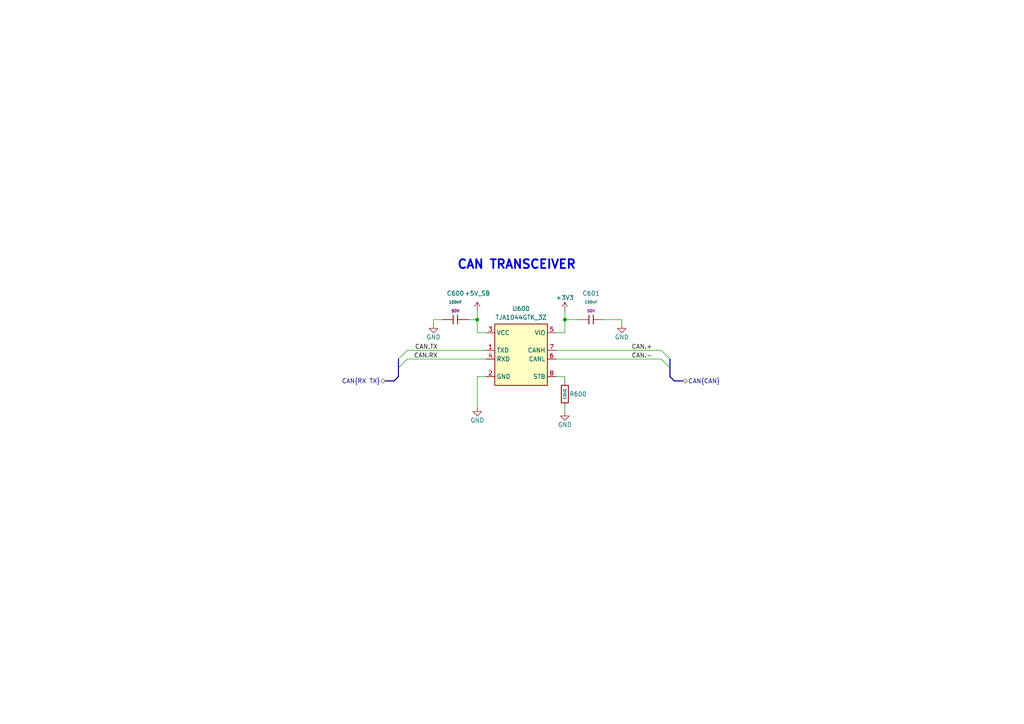
<source format=kicad_sch>
(kicad_sch (version 20250114) (generator "eeschema") (generator_version "9.0")
  (paper "A4")
  (title_block (title "ModuCard power supply unit") (date "2025-08-05") (rev "0") (company "KoNaR") (comment 1 "Base project authors: Dominik Pluta, Artem Horiunov") (comment 2 "Project author: Maciej Chodowiec"))
  (lib_symbols
    (symbol "PCM_JLCPCB-Capacitors:0402,100nF,(2)" (pin_numbers (hide yes)) (pin_names (offset 0))
      (property "Reference" "C" (at 2.032 1.668 0))
      (property "Value" "100nF" (at 2.032 -0.3782 0))
      (property "Voltage Rated" "50V" (at 2.032 -2.0462 0))
      (symbol "0402,100nF,(2)_0_1"
        (polyline (pts (xy -1.27 0.635) (xy 1.27 0.635)) (stroke (width 0.254)))
        (polyline (pts (xy -1.27 -0.635) (xy 1.27 -0.635)) (stroke (width 0.254)))
      )
      (symbol "0402,100nF,(2)_1_1"
        (pin passive line (at 0 3.81 270) (length 3.175) (name "~") (number "1"))
        (pin passive line (at 0 -3.81 90) (length 3.175) (name "~") (number "2"))
      )
    )
    (symbol "PCM_JLCPCB-Resistors:0402,10kΩ" (pin_numbers (hide yes)) (pin_names (offset 0))
      (property "Reference" "R" (at 1.778 0 0))
      (property "Value" "10kΩ" (at 0 0 90))
      (symbol "0402,10kΩ_0_1"
        (rectangle (start -1.016 2.54) (end 1.016 -2.54) (stroke (width 0.254)))
      )
      (symbol "0402,10kΩ_1_1"
        (pin passive line (at 0 3.81 270) (length 1.27) (name "~") (number "1"))
        (pin passive line (at 0 -3.81 90) (length 1.27) (name "~") (number "2"))
      )
    )
    (symbol "TJA1044GTK_3Z:TJA1044GTK_3Z"
      (property "Reference" "U" (at 11.43 7.62 0))
      (property "Value" "TJA1044GTK_3Z" (at 5.08 5.08 0))
      (symbol "TJA1044GTK_3Z_1_1"
        (rectangle (start 5.08 2.54) (end 20.32 -15.24) (stroke (width 0.254)) (fill (type background)))
        (pin power_in line (at 2.54 0 0) (length 2.54) (name "VCC") (number "3"))
        (pin passive line (at 2.54 -5.08 0) (length 2.54) (name "TXD") (number "1"))
        (pin passive line (at 2.54 -7.62 0) (length 2.54) (name "RXD") (number "4"))
        (pin passive line (at 2.54 -12.7 0) (length 2.54) (name "GND") (number "2"))
        (pin passive line (at 2.54 -12.7 0) (length 2.54) (hide yes) (name "EP") (number "9"))
        (pin power_in line (at 22.86 0 180) (length 2.54) (name "VIO") (number "5"))
        (pin passive line (at 22.86 -5.08 180) (length 2.54) (name "CANH") (number "7"))
        (pin passive line (at 22.86 -7.62 180) (length 2.54) (name "CANL") (number "6"))
        (pin passive line (at 22.86 -12.7 180) (length 2.54) (name "STB") (number "8"))
      )
    )
    (symbol "power:+5V" (power) (pin_numbers (hide yes)) (pin_names (offset 0) (hide yes))
      (property "Value" "+5V" (at 0 3.556 0))
      (symbol "+5V_0_1"
        (polyline (pts (xy -0.762 1.27) (xy 0 2.54)))
        (polyline (pts (xy 0 2.54) (xy 0.762 1.27)))
        (polyline (pts (xy 0 0) (xy 0 2.54)))
      )
      (symbol "+5V_1_1"
        (pin power_in line (at 0 0 90) (length 0) (name "~") (number "1"))
      )
    )
    (symbol "power:GND" (power) (pin_numbers (hide yes)) (pin_names (offset 0) (hide yes))
      (property "Value" "GND" (at 0 -3.81 0))
      (symbol "GND_0_1"
        (polyline (pts (xy 0 0) (xy 0 -1.27) (xy 1.27 -1.27) (xy 0 -2.54) (xy -1.27 -1.27) (xy 0 -1.27)))
      )
      (symbol "GND_1_1"
        (pin power_in line (at 0 0 270) (length 0) (name "~") (number "1"))
      )
    )
  )
  (text "CAN TRANSCEIVER" (at 149.86 76.835 0) (effects (font (size 2.54 2.54) (thickness 0.508) (bold yes))))
  (junction (at 163.83 92.71))
  (junction (at 138.43 92.71))
  (bus_entry (at 191.77 101.6) (size 2.54 2.54))
  (bus_entry (at 118.11 104.14) (size -2.54 2.54))
  (bus_entry (at 118.11 101.6) (size -2.54 2.54))
  (bus_entry (at 194.31 106.68) (size -2.54 -2.54))
  (wire (pts (xy 163.83 90.17) (xy 163.83 92.71)))
  (wire (pts (xy 163.83 109.22) (xy 163.83 110.49)))
  (wire (pts (xy 118.11 101.6) (xy 140.97 101.6)))
  (wire (pts (xy 161.29 109.22) (xy 163.83 109.22)))
  (wire (pts (xy 125.73 92.71) (xy 128.27 92.71)))
  (wire (pts (xy 163.83 92.71) (xy 167.64 92.71)))
  (wire (pts (xy 163.83 96.52) (xy 161.29 96.52)))
  (wire (pts (xy 140.97 109.22) (xy 138.43 109.22)))
  (wire (pts (xy 118.11 104.14) (xy 140.97 104.14)))
  (wire (pts (xy 135.89 92.71) (xy 138.43 92.71)))
  (bus (pts (xy 115.57 106.68) (xy 115.57 109.22)))
  (bus (pts (xy 111.76 110.49) (xy 114.3 110.49)))
  (wire (pts (xy 180.34 92.71) (xy 175.26 92.71)))
  (bus (pts (xy 194.31 106.68) (xy 194.31 109.22)))
  (wire (pts (xy 138.43 109.22) (xy 138.43 118.11)))
  (wire (pts (xy 125.73 93.98) (xy 125.73 92.71)))
  (wire (pts (xy 138.43 92.71) (xy 138.43 90.17)))
  (bus (pts (xy 195.58 110.49) (xy 198.12 110.49)))
  (wire (pts (xy 161.29 101.6) (xy 191.77 101.6)))
  (wire (pts (xy 180.34 93.98) (xy 180.34 92.71)))
  (bus (pts (xy 194.31 104.14) (xy 194.31 106.68)))
  (bus (pts (xy 194.31 109.22) (xy 195.58 110.49)))
  (bus (pts (xy 115.57 109.22) (xy 114.3 110.49)))
  (bus (pts (xy 115.57 104.14) (xy 115.57 106.68)))
  (wire (pts (xy 163.83 92.71) (xy 163.83 96.52)))
  (wire (pts (xy 161.29 104.14) (xy 191.77 104.14)))
  (wire (pts (xy 163.83 118.11) (xy 163.83 119.38)))
  (wire (pts (xy 140.97 96.52) (xy 138.43 96.52)))
  (wire (pts (xy 138.43 96.52) (xy 138.43 92.71)))
  (label "CAN.+" (at 189.23 101.6 180))
  (label "CAN.RX" (at 127 104.14 180))
  (label "CAN.TX" (at 127 101.6 180))
  (label "CAN.-" (at 189.23 104.14 180))
  (hierarchical_label "CAN{CAN}" (shape bidirectional) (at 198.12 110.49 0))
  (hierarchical_label "CAN{RX TX}" (shape bidirectional) (at 111.76 110.49 180))
  (symbol (lib_id "power:+5V") (at 163.83 90.17 0) (unit 1)
    (property "Reference" "#PWR0501" (effects (hide yes)))
    (property "Value" "+3V3" (at 163.83 86.36 0))
    (property "Description" "Power symbol creates a global label with name \"+5V\"" (effects (hide yes)))
    (instances (project "base-module" (path "" (reference "#PWR0601") (unit 1)) (path "" (reference "#PWR0501") (unit 1))))
  )
  (symbol (lib_id "PCM_JLCPCB-Capacitors:0402,100nF,(2)") (at 171.45 92.71 90) (unit 1)
    (property "Reference" "C501" (at 171.45 85.09 90))
    (property "Value" "100nF" (at 171.45 87.63 90) (effects (font (size 0.8 0.8))))
    (property "Footprint" "PCM_JLCPCB:C_0402" (effects (hide yes)))
    (property "Datasheet" "https://www.lcsc.com/datasheet/lcsc_datasheet_2304140030_Samsung-Electro-Mechanics-CL05B104KB54PNC_C307331.pdf" (effects (hide yes)))
    (property "Description" "50V 100nF X7R ±10% 0402 Multilayer Ceramic Capacitors MLCC - SMD/SMT ROHS" (effects (hide yes)))
    (property "LCSC" "C307331" (effects (hide yes)))
    (property "Stock" "8389599" (effects (hide yes)))
    (property "Price" "0.008USD" (effects (hide yes)))
    (property "Process" "SMT" (effects (hide yes)))
    (property "Minimum Qty" "20" (effects (hide yes)))
    (property "Attrition Qty" "10" (effects (hide yes)))
    (property "Class" "Basic Component" (effects (hide yes)))
    (property "Category" "Capacitors,Multilayer Ceramic Capacitors MLCC - SMD/SMT" (effects (hide yes)))
    (property "Manufacturer" "Samsung Electro-Mechanics" (effects (hide yes)))
    (property "Part" "CL05B104KB54PNC" (effects (hide yes)))
    (property "Voltage Rated" "50V" (at 171.45 90.17 90) (effects (font (size 0.8 0.8))))
    (property "Tolerance" "±10%" (effects (hide yes)))
    (property "Capacitance" "100nF" (effects (hide yes)))
    (property "Temperature Coefficient" "X7R" (effects (hide yes)))
    (instances (project "" (path "" (reference "C601") (unit 1)) (path "" (reference "C501") (unit 1))))
  )
  (symbol (lib_id "TJA1044GTK_3Z:TJA1044GTK_3Z") (at 138.43 96.52 0) (unit 1)
    (property "Reference" "U500" (at 151.13 89.535 0))
    (property "Value" "TJA1044GTK_3Z" (at 151.13 92.075 0))
    (property "Footprint" "Package_SON:HVSON-8-1EP_3x3mm_P0.65mm_EP1.6x2.4mm" (effects (hide yes)))
    (property "Datasheet" "http://www.nxp.com/docs/en/data-sheet/TJA1044.pdf" (effects (hide yes)))
    (property "Description" "CAN Interface IC High-speed CAN transceiver with Standby mode" (effects (hide yes)))
    (property "Manufacturer_Name" "NXP" (effects (hide yes)))
    (property "Manufacturer_Part_Number" "TJA1044GTK/3Z" (effects (hide yes)))
    (property "LCSC" "C5215851" (effects (hide yes)))
    (instances (project "base-module" (path "" (reference "U600") (unit 1)) (path "" (reference "U500") (unit 1))))
  )
  (symbol (lib_id "PCM_JLCPCB-Resistors:0402,10kΩ") (at 163.83 114.3 0) (unit 1)
    (property "Reference" "R500" (at 165.1 114.3 0) (effects (justify left)))
    (property "Value" "10kΩ" (at 163.83 114.3 90) (effects (font (size 0.8 0.8))))
    (property "Footprint" "PCM_JLCPCB:R_0402" (effects (hide yes)))
    (property "Datasheet" "https://www.lcsc.com/datasheet/lcsc_datasheet_2411221126_UNI-ROYAL-Uniroyal-Elec-0402WGF1002TCE_C25744.pdf" (effects (hide yes)))
    (property "Description" "62.5mW Thick Film Resistors 50V ±100ppm/°C ±1% 10kΩ 0402 Chip Resistor - Surface Mount ROHS" (effects (hide yes)))
    (property "LCSC" "C25744" (effects (hide yes)))
    (property "Stock" "24372091" (effects (hide yes)))
    (property "Price" "0.004USD" (effects (hide yes)))
    (property "Process" "SMT" (effects (hide yes)))
    (property "Minimum Qty" "20" (effects (hide yes)))
    (property "Attrition Qty" "10" (effects (hide yes)))
    (property "Class" "Basic Component" (effects (hide yes)))
    (property "Category" "Resistors,Chip Resistor - Surface Mount" (effects (hide yes)))
    (property "Manufacturer" "UNI-ROYAL(Uniroyal Elec)" (effects (hide yes)))
    (property "Part" "0402WGF1002TCE" (effects (hide yes)))
    (property "Resistance" "10kΩ" (effects (hide yes)))
    (property "Power(Watts)" "62.5mW" (effects (hide yes)))
    (property "Type" "Thick Film Resistors" (effects (hide yes)))
    (property "Overload Voltage (Max)" "50V" (effects (hide yes)))
    (property "Operating Temperature Range" "-55°C~+155°C" (effects (hide yes)))
    (property "Tolerance" "±1%" (effects (hide yes)))
    (property "Temperature Coefficient" "±100ppm/°C" (effects (hide yes)))
    (instances (project "" (path "" (reference "R600") (unit 1)) (path "" (reference "R500") (unit 1))))
  )
  (symbol (lib_id "power:+5V") (at 138.43 90.17 0) (unit 1)
    (property "Reference" "#PWR0500" (effects (hide yes)))
    (property "Value" "+5V_SB" (at 138.43 85.09 0))
    (property "Description" "Power symbol creates a global label with name \"+5V\"" (effects (hide yes)))
    (instances (project "ATX_PSU" (path "" (reference "#PWR0538") (unit 1)) (path "" (reference "#PWR0500") (unit 1))))
  )
  (symbol (lib_id "PCM_JLCPCB-Capacitors:0402,100nF,(2)") (at 132.08 92.71 90) (unit 1)
    (property "Reference" "C500" (at 132.08 85.09 90))
    (property "Value" "100nF" (at 132.08 87.63 90) (effects (font (size 0.8 0.8))))
    (property "Footprint" "PCM_JLCPCB:C_0402" (effects (hide yes)))
    (property "Datasheet" "https://www.lcsc.com/datasheet/lcsc_datasheet_2304140030_Samsung-Electro-Mechanics-CL05B104KB54PNC_C307331.pdf" (effects (hide yes)))
    (property "Description" "50V 100nF X7R ±10% 0402 Multilayer Ceramic Capacitors MLCC - SMD/SMT ROHS" (effects (hide yes)))
    (property "LCSC" "C307331" (effects (hide yes)))
    (property "Stock" "8389599" (effects (hide yes)))
    (property "Price" "0.008USD" (effects (hide yes)))
    (property "Process" "SMT" (effects (hide yes)))
    (property "Minimum Qty" "20" (effects (hide yes)))
    (property "Attrition Qty" "10" (effects (hide yes)))
    (property "Class" "Basic Component" (effects (hide yes)))
    (property "Category" "Capacitors,Multilayer Ceramic Capacitors MLCC - SMD/SMT" (effects (hide yes)))
    (property "Manufacturer" "Samsung Electro-Mechanics" (effects (hide yes)))
    (property "Part" "CL05B104KB54PNC" (effects (hide yes)))
    (property "Voltage Rated" "50V" (at 132.08 90.17 90) (effects (font (size 0.8 0.8))))
    (property "Tolerance" "±10%" (effects (hide yes)))
    (property "Capacitance" "100nF" (effects (hide yes)))
    (property "Temperature Coefficient" "X7R" (effects (hide yes)))
    (instances (project "base-module" (path "" (reference "C600") (unit 1)) (path "" (reference "C500") (unit 1))))
  )
  (symbol (lib_id "power:GND") (at 125.73 93.98 0) (unit 1)
    (property "Reference" "#PWR0502" (effects (hide yes)))
    (property "Value" "GND" (at 125.73 97.79 0))
    (property "Description" "Power symbol creates a global label with name \"GND\" , ground" (effects (hide yes)))
    (instances (project "base-module" (path "" (reference "#PWR0602") (unit 1)) (path "" (reference "#PWR0502") (unit 1))))
  )
  (symbol (lib_id "power:GND") (at 163.83 119.38 0) (unit 1)
    (property "Reference" "#PWR0505" (effects (hide yes)))
    (property "Value" "GND" (at 163.83 123.19 0))
    (property "Description" "Power symbol creates a global label with name \"GND\" , ground" (effects (hide yes)))
    (instances (project "base-module" (path "" (reference "#PWR0605") (unit 1)) (path "" (reference "#PWR0505") (unit 1))))
  )
  (symbol (lib_id "power:GND") (at 180.34 93.98 0) (mirror y) (unit 1)
    (property "Reference" "#PWR0503" (effects (hide yes)))
    (property "Value" "GND" (at 180.34 97.79 0))
    (property "Description" "Power symbol creates a global label with name \"GND\" , ground" (effects (hide yes)))
    (instances (project "base-module" (path "" (reference "#PWR0603") (unit 1)) (path "" (reference "#PWR0503") (unit 1))))
  )
  (symbol (lib_id "power:GND") (at 138.43 118.11 0) (unit 1)
    (property "Reference" "#PWR0504" (effects (hide yes)))
    (property "Value" "GND" (at 138.43 121.92 0))
    (property "Description" "Power symbol creates a global label with name \"GND\" , ground" (effects (hide yes)))
    (instances (project "base-module" (path "" (reference "#PWR0604") (unit 1)) (path "" (reference "#PWR0504") (unit 1))))
  )
)
</source>
